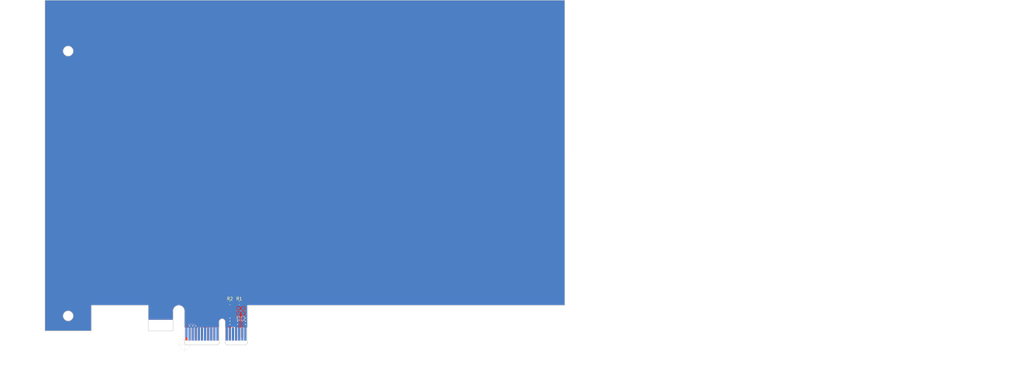
<source format=kicad_pcb>
(kicad_pcb (version 20211014) (generator pcbnew)
  (title_block (title "PCIexpress_x16_full") (company "Author: Luca Anastasio"))
  (layers (0 "F.Cu" power) (1 "In1.Cu" power) (2 "In2.Cu" power) (31 "B.Cu" power) (34 "B.Paste" user) (35 "F.Paste" user) (36 "B.SilkS" user "B.Silkscreen") (37 "F.SilkS" user "F.Silkscreen") (38 "B.Mask" user) (39 "F.Mask" user) (44 "Edge.Cuts" user))
  (net 0 "")
  (net 1 "GND")
  (net 2 "+12V")
  (net 3 "+3V3")
  (net 4 "+3.3VA")
  (net 5 "Net-(J2-PadB12)")
  (net 6 "/PER0_P")
  (net 7 "/PER0_N")
  (net 8 "/SMCLK")
  (net 9 "/SMDAT")
  (net 10 "/~{TRST}")
  (net 11 "/~{WAKE}")
  (net 12 "/PET0_P")
  (net 13 "/PET0_N")
  (net 14 "/~{PRSNT2x1}")
  (net 15 "/~{PRSNT1}")
  (net 16 "/TCK")
  (net 17 "/TDI")
  (net 18 "/TDO")
  (net 19 "/TMS")
  (net 20 "/~{PERST}")
  (net 21 "/REFCLK-")
  (net 22 "/REFCLK+")
  (net 23 "/PCIexpress_connector/_PER0_P")
  (net 24 "/PCIexpress_connector/_PER0_N")
  (footprint "Resistor_SMD:R_0603_1608Metric" (layer "F.Cu") (at 127.125 180.625)
    (fp_text reference "R1" (at 0 -1.375) (layer "F.SilkS"))
    (fp_text value "49.9")
    (fp_line (start -0.162779 -0.51) (end 0.162779 -0.51) (layer "F.SilkS") (width 0.12))
    (fp_line (start -0.162779 0.51) (end 0.162779 0.51) (layer "F.SilkS") (width 0.12))
    (pad "1" smd roundrect locked (at -0.7875 0) (size 0.875 0.95) (layers "F.Cu" "F.Paste" "F.Mask") (net 13 "/PET0_N"))
    (pad "2" smd roundrect locked (at 0.7875 0) (size 0.875 0.95) (layers "F.Cu" "F.Paste" "F.Mask") (net 1 "GND"))
  )
  (footprint "Resistor_SMD:R_0603_1608Metric" (layer "F.Cu") (at 124.125 180.625 180)
    (fp_text reference "R2" (at 0 1.375) (layer "F.SilkS"))
    (fp_text value "49.9")
    (fp_line (start -0.162779 0.51) (end 0.162779 0.51) (layer "F.SilkS") (width 0.12))
    (fp_line (start -0.162779 -0.51) (end 0.162779 -0.51) (layer "F.SilkS") (width 0.12))
    (pad "1" smd roundrect locked (at -0.7875 0 180) (size 0.875 0.95) (layers "F.Cu" "F.Paste" "F.Mask") (net 12 "/PET0_P"))
    (pad "2" smd roundrect locked (at 0.7875 0 180) (size 0.875 0.95) (layers "F.Cu" "F.Paste" "F.Mask") (net 1 "GND"))
  )
  (footprint "PCIexpress:PCIexpress_bracket_full" (layer "F.Cu") (at 109.625 194.125)
    (fp_text reference "J1" hide)
    (fp_text value "PCIexpress_bracket")
  )
  (footprint "PCIexpress:PCIexpress_x1" (layer "F.Cu") (at 109.625 194.125)
    (fp_text reference "J2" hide)
    (fp_text value "PCIexpress_x1")
    (pad "A1" connect rect locked (at 0.5 -4) (size 0.7 3.2) (layers "B.Cu") (net 15 "/~{PRSNT1}"))
    (pad "A2" connect rect locked (at 1.5 -3.5) (size 0.7 4.2) (layers "B.Cu") (net 2 "+12V"))
    (pad "A3" connect rect locked (at 2.5 -3.5) (size 0.7 4.2) (layers "B.Cu") (net 2 "+12V"))
    (pad "A4" connect rect locked (at 3.5 -3.5) (size 0.7 4.2) (layers "B.Cu") (net 1 "GND"))
    (pad "A5" connect rect locked (at 4.5 -3.5) (size 0.7 4.2) (layers "B.Cu") (net 16 "/TCK"))
    (pad "A6" connect rect locked (at 5.5 -3.5) (size 0.7 4.2) (layers "B.Cu") (net 17 "/TDI"))
    (pad "A7" connect rect locked (at 6.5 -3.5) (size 0.7 4.2) (layers "B.Cu") (net 18 "/TDO"))
    (pad "A8" connect rect locked (at 7.5 -3.5) (size 0.7 4.2) (layers "B.Cu") (net 19 "/TMS"))
    (pad "A9" connect rect locked (at 8.5 -3.5) (size 0.7 4.2) (layers "B.Cu") (net 3 "+3V3"))
    (pad "A10" connect rect locked (at 9.5 -3.5) (size 0.7 4.2) (layers "B.Cu") (net 3 "+3V3"))
    (pad "A11" connect rect locked (at 10.5 -3.5) (size 0.7 4.2) (layers "B.Cu") (net 20 "/~{PERST}"))
    (pad "A12" connect rect locked (at 13.5 -3.5) (size 0.7 4.2) (layers "B.Cu") (net 1 "GND"))
    (pad "A13" connect rect locked (at 14.5 -3.5) (size 0.7 4.2) (layers "B.Cu") (net 22 "/REFCLK+"))
    (pad "A14" connect rect locked (at 15.5 -3.5) (size 0.7 4.2) (layers "B.Cu") (net 21 "/REFCLK-"))
    (pad "A15" connect rect locked (at 16.5 -3.5) (size 0.7 4.2) (layers "B.Cu") (net 1 "GND"))
    (pad "A16" connect rect locked (at 17.5 -3.5) (size 0.7 4.2) (layers "B.Cu") (net 23 "/PCIexpress_connector/_PER0_P"))
    (pad "A17" connect rect locked (at 18.5 -3.5) (size 0.7 4.2) (layers "B.Cu") (net 24 "/PCIexpress_connector/_PER0_N"))
    (pad "A18" connect rect locked (at 19.5 -3.5) (size 0.7 4.2) (layers "B.Cu") (net 1 "GND"))
    (pad "B1" connect rect locked (at 0.5 -3.5) (size 0.7 4.2) (layers "F.Cu") (net 2 "+12V"))
    (pad "B2" connect rect locked (at 1.5 -3.5) (size 0.7 4.2) (layers "F.Cu") (net 2 "+12V"))
    (pad "B3" connect rect locked (at 2.5 -3.5) (size 0.7 4.2) (layers "F.Cu") (net 2 "+12V"))
    (pad "B4" connect rect locked (at 3.5 -3.5) (size 0.7 4.2) (layers "F.Cu") (net 1 "GND"))
    (pad "B5" connect rect locked (at 4.5 -3.5) (size 0.7 4.2) (layers "F.Cu") (net 8 "/SMCLK"))
    (pad "B6" connect rect locked (at 5.5 -3.5) (size 0.7 4.2) (layers "F.Cu") (net 9 "/SMDAT"))
    (pad "B7" connect rect locked (at 6.5 -3.5) (size 0.7 4.2) (layers "F.Cu") (net 1 "GND"))
    (pad "B8" connect rect locked (at 7.5 -3.5) (size 0.7 4.2) (layers "F.Cu") (net 3 "+3V3"))
    (pad "B9" connect rect locked (at 8.5 -3.5) (size 0.7 4.2) (layers "F.Cu") (net 10 "/~{TRST}"))
    (pad "B10" connect rect locked (at 9.5 -3.5) (size 0.7 4.2) (layers "F.Cu") (net 4 "+3.3VA"))
    (pad "B11" connect rect locked (at 10.5 -3.5) (size 0.7 4.2) (layers "F.Cu") (net 11 "/~{WAKE}"))
    (pad "B12" connect rect locked (at 13.5 -3.5) (size 0.7 4.2) (layers "F.Cu") (net 5 "Net-(J2-PadB12)"))
    (pad "B13" connect rect locked (at 14.5 -3.5) (size 0.7 4.2) (layers "F.Cu") (net 1 "GND"))
    (pad "B14" connect rect locked (at 15.5 -3.5) (size 0.7 4.2) (layers "F.Cu") (net 12 "/PET0_P"))
    (pad "B15" connect rect locked (at 16.5 -3.5) (size 0.7 4.2) (layers "F.Cu") (net 13 "/PET0_N"))
    (pad "B16" connect rect locked (at 17.5 -3.5) (size 0.7 4.2) (layers "F.Cu") (net 1 "GND"))
    (pad "B17" connect rect locked (at 18.5 -4) (size 0.7 3.2) (layers "F.Cu") (net 14 "/~{PRSNT2x1}"))
    (pad "B18" connect rect locked (at 19.5 -3.5) (size 0.7 4.2) (layers "F.Cu") (net 1 "GND"))
  )
  (footprint "Capacitor_SMD:C_0603_1608Metric" (layer "B.Cu") (at 126.875 183.125 -90)
    (fp_text reference "C1" (at 2.5 0 90) (layer "B.SilkS") (effects (justify mirror)))
    (fp_text value "100n")
    (fp_line (start -0.162779 -0.51) (end 0.162779 -0.51) (layer "B.SilkS") (width 0.12))
    (fp_line (start -0.162779 0.51) (end 0.162779 0.51) (layer "B.SilkS") (width 0.12))
    (pad "1" smd roundrect locked (at -0.7875 0 270) (size 0.875 0.95) (layers "B.Cu" "B.Paste" "B.Mask") (net 6 "/PER0_P"))
    (pad "2" smd roundrect locked (at 0.7875 0 270) (size 0.875 0.95) (layers "B.Cu" "B.Paste" "B.Mask") (net 23 "/PCIexpress_connector/_PER0_P"))
  )
  (footprint "Capacitor_SMD:C_0603_1608Metric" (layer "B.Cu") (at 128.375 183.125 90)
    (fp_text reference "C2" (at -2.5 0 90) (layer "B.SilkS") (effects (justify mirror)))
    (fp_text value "100n")
    (fp_line (start -0.162779 -0.51) (end 0.162779 -0.51) (layer "B.SilkS") (width 0.12))
    (fp_line (start -0.162779 0.51) (end 0.162779 0.51) (layer "B.SilkS") (width 0.12))
    (pad "1" smd roundrect locked (at -0.7875 0 90) (size 0.875 0.95) (layers "B.Cu" "B.Paste" "B.Mask") (net 24 "/PCIexpress_connector/_PER0_N"))
    (pad "2" smd roundrect locked (at 0.7875 0 90) (size 0.875 0.95) (layers "B.Cu" "B.Paste" "B.Mask") (net 7 "/PER0_N"))
  )
  (gr_line (start 109.475 183.2) (end 109.475 193.625) (layer "Edge.Cuts") (width 0.15))
  (gr_line (start 232.125 82.975) (end 232.1277 181.375) (layer "Edge.Cuts") (width 0.15))
  (gr_line (start 64.475 189.625) (end 79.475 189.625) (layer "Edge.Cuts") (width 0.15))
  (gr_circle (center 71.975 184.775) (end 73.575 184.775) (layer "Edge.Cuts") (width 0.15) (fill none))
  (gr_circle (center 71.975 99.375) (end 73.575 99.375) (layer "Edge.Cuts") (width 0.15) (fill none))
  (gr_line (start 64.475 82.975) (end 232.125 82.975) (layer "Edge.Cuts") (width 0.15))
  (gr_line (start 232.1277 181.375) (end 129.775 181.375) (layer "Edge.Cuts") (width 0.15))
  (gr_line (start 64.475 82.975) (end 64.475 189.625) (layer "Edge.Cuts") (width 0.15))
  (gr_line (start 122.575 193.625) (end 123.075 194.125) (layer "Edge.Cuts") (width 0.15))
  (gr_arc (start 120.675 186.675) (mid 121.625 185.725) (end 122.575 186.675) (layer "Edge.Cuts") (width 0.15))
  (gr_line (start 97.825 189.625) (end 105.825 189.625) (layer "Edge.Cuts") (width 0.15))
  (gr_line (start 97.825 181.375) (end 97.825 189.625) (layer "Edge.Cuts") (width 0.15))
  (gr_line (start 109.975 194.125) (end 120.175 194.125) (layer "Edge.Cuts") (width 0.15))
  (gr_line (start 105.825 189.625) (end 105.825 183.2) (layer "Edge.Cuts") (width 0.15))
  (gr_arc (start 105.825 183.2) (mid 107.65 181.375) (end 109.475 183.2) (layer "Edge.Cuts") (width 0.15))
  (gr_line (start 129.775 181.375) (end 129.775 193.625) (layer "Edge.Cuts") (width 0.15))
  (gr_line (start 79.475 181.375) (end 97.825 181.375) (layer "Edge.Cuts") (width 0.15))
  (gr_line (start 129.275 194.125) (end 123.075 194.125) (layer "Edge.Cuts") (width 0.15))
  (gr_line (start 129.775 193.625) (end 129.275 194.125) (layer "Edge.Cuts") (width 0.15))
  (gr_line (start 79.475 189.625) (end 79.475 181.375) (layer "Edge.Cuts") (width 0.15))
  (gr_line (start 120.675 193.625) (end 120.675 186.675) (layer "Edge.Cuts") (width 0.15))
  (gr_line (start 122.575 186.675) (end 122.575 193.625) (layer "Edge.Cuts") (width 0.15))
  (gr_line (start 120.175 194.125) (end 120.675 193.625) (layer "Edge.Cuts") (width 0.15))
  (gr_line (start 109.475 193.625) (end 109.975 194.125) (layer "Edge.Cuts") (width 0.15))
  (target plus (at 109.625 194.125) (size 5) (width 0.05) (layer "Edge.Cuts"))
  (segment (start 113.125 188.125) (end 113.125 188.125) (width 0.7) (layer "F.Cu") (net 1))
  (segment (start 113.125 190.625) (end 113.125 188) (width 0.7) (layer "F.Cu") (net 1))
  (via (at 124.125 185.5) (size 0.55) (drill 0.3) (layers "F.Cu" "B.Cu") (net 1))
  (via (at 129.125 185.5) (size 0.55) (drill 0.3) (layers "F.Cu" "B.Cu") (net 1))
  (via (at 126.625 185.5) (size 0.55) (drill 0.3) (layers "F.Cu" "B.Cu") (net 1))
  (via (at 129.125 187.5) (size 0.55) (drill 0.3) (layers "F.Cu" "B.Cu") (net 1))
  (via (at 129.125 186.5) (size 0.55) (drill 0.3) (layers "F.Cu" "B.Cu") (net 1))
  (via (at 113.125 188) (size 0.55) (drill 0.3) (layers "F.Cu" "B.Cu") (net 1))
  (via (at 126.625 186.5) (size 0.55) (drill 0.3) (layers "F.Cu" "B.Cu") (net 1))
  (via (at 124.125 186.5) (size 0.55) (drill 0.3) (layers "F.Cu" "B.Cu") (net 1))
  (via (at 126.625 187.5) (size 0.55) (drill 0.3) (layers "F.Cu" "B.Cu") (net 1))
  (via (at 124.125 187.5) (size 0.55) (drill 0.3) (layers "F.Cu" "B.Cu") (net 1))
  (segment (start 111.125 190.625) (end 111.125 188) (width 0.0889) (layer "F.Cu") (net 2))
  (via (at 111.125 188) (size 0.55) (drill 0.3) (layers "F.Cu" "B.Cu") (net 2))
  (via (at 112.125 188) (size 0.55) (drill 0.3) (layers "F.Cu" "B.Cu") (net 2))
  (segment (start 125.125 190.625) (end 125.125 188.375) (width 0.2) (layer "F.Cu") (net 12))
  (segment (start 125.425 188.075) (end 125.425 181.78125) (width 0.2) (layer "F.Cu") (net 12))
  (segment (start 125.425 181.78125) (end 124.9125 181.26875) (width 0.2) (layer "F.Cu") (net 12))
  (segment (start 125.125 188.375) (end 125.425 188.075) (width 0.2) (layer "F.Cu") (net 12))
  (segment (start 124.9125 181.26875) (end 124.9125 180.625) (width 0.2) (layer "F.Cu") (net 12))
  (segment (start 126.125 190.625) (end 126.125 188.375) (width 0.2) (layer "F.Cu") (net 13))
  (segment (start 126.125 188.375) (end 125.825 188.075) (width 0.2) (layer "F.Cu") (net 13))
  (segment (start 126.3375 181.2875) (end 126.3375 180.625) (width 0.2) (layer "F.Cu") (net 13))
  (segment (start 125.825 181.8) (end 126.3375 181.2875) (width 0.2) (layer "F.Cu") (net 13))
  (segment (start 125.825 188.075) (end 125.825 181.8) (width 0.2) (layer "F.Cu") (net 13))
  (segment (start 127.125 188.375) (end 127.125 190.625) (width 0.2) (layer "B.Cu") (net 23))
  (segment (start 127.425 185.05) (end 127.425 188.075) (width 0.2) (layer "B.Cu") (net 23))
  (segment (start 127.425 188.075) (end 127.125 188.375) (width 0.2) (layer "B.Cu") (net 23))
  (segment (start 126.875 183.9125) (end 126.875 184.5) (width 0.2) (layer "B.Cu") (net 23))
  (segment (start 126.875 184.5) (end 127.425 185.05) (width 0.2) (layer "B.Cu") (net 23))
  (segment (start 127.825 188.075) (end 128.125 188.375) (width 0.2) (layer "B.Cu") (net 24))
  (segment (start 127.825 185.05) (end 127.825 188.075) (width 0.2) (layer "B.Cu") (net 24))
  (segment (start 128.125 188.375) (end 128.125 190.625) (width 0.2) (layer "B.Cu") (net 24))
  (segment (start 128.375 183.9125) (end 128.375 184.5) (width 0.2) (layer "B.Cu") (net 24))
  (segment (start 128.375 184.5) (end 127.825 185.05) (width 0.2) (layer "B.Cu") (net 24))
  (zone (net 2) (net_name "+12V") (layer "F.Cu") (priority 2) (connect_pads thru_hole_only (clearance 0)) (min_thickness 0.25) (fill yes (thermal_gap 0.508) (thermal_bridge_width 0.508))
    (polygon (pts (xy 112.625 188.526) (xy 109.375 188.526) (xy 109.375 187.5) (xy 112.625 187.5)))
  )
  (zone (net 1) (net_name "GND") (layer "F.Cu") (connect_pads thru_hole_only (clearance 0)) (min_thickness 0.25) (fill yes (thermal_gap 0.508) (thermal_bridge_width 0.508))
    (polygon (pts (xy 64.5 83) (xy 232.125 83) (xy 232.125 181.375) (xy 129.875 181.375) (xy 129.875 188.525) (xy 109.375 188.525) (xy 109.375 183.25) (xy 105.875 183.25) (xy 105.875 186) (xy 97.75 186) (xy 97.75 181.375) (xy 79.5 181.375) (xy 79.5 189.625) (xy 64.5 189.625)))
  )
  (zone (net 0) (net_name "") (layers "F.Cu" "In1.Cu" "In2.Cu" "B.Cu") (connect_pads (clearance 0)) (min_thickness 0.254)
    (keepout (tracks not_allowed) (vias not_allowed) (pads allowed) (copperpour not_allowed) (footprints allowed))
    (fill (thermal_gap 0.508) (thermal_bridge_width 0.508))
    (polygon (pts (xy 97.825 186.125) (xy 105.825 186.125) (xy 105.825 189.625) (xy 97.825 189.625)))
  )
  (zone (net 2) (net_name "+12V") (layer "B.Cu") (priority 2) (connect_pads thru_hole_only (clearance 0)) (min_thickness 0.25) (fill yes (thermal_gap 0.508) (thermal_bridge_width 0.508))
    (polygon (pts (xy 112.625 188.526) (xy 110.625 188.526) (xy 110.625 187.5) (xy 112.625 187.5)))
  )
  (zone (net 1) (net_name "GND") (layer "B.Cu") (connect_pads thru_hole_only (clearance 0)) (min_thickness 0.25) (fill yes (thermal_gap 0.508) (thermal_bridge_width 0.508))
    (polygon (pts (xy 64.5 83) (xy 232.125 83) (xy 232.125 181.375) (xy 129.875 181.375) (xy 129.875 188.525) (xy 109.375 188.525) (xy 109.375 183.25) (xy 105.875 183.25) (xy 105.875 186) (xy 97.75 186) (xy 97.75 181.375) (xy 79.5 181.375) (xy 79.5 189.625) (xy 64.5 189.625)))
  )
)
</source>
